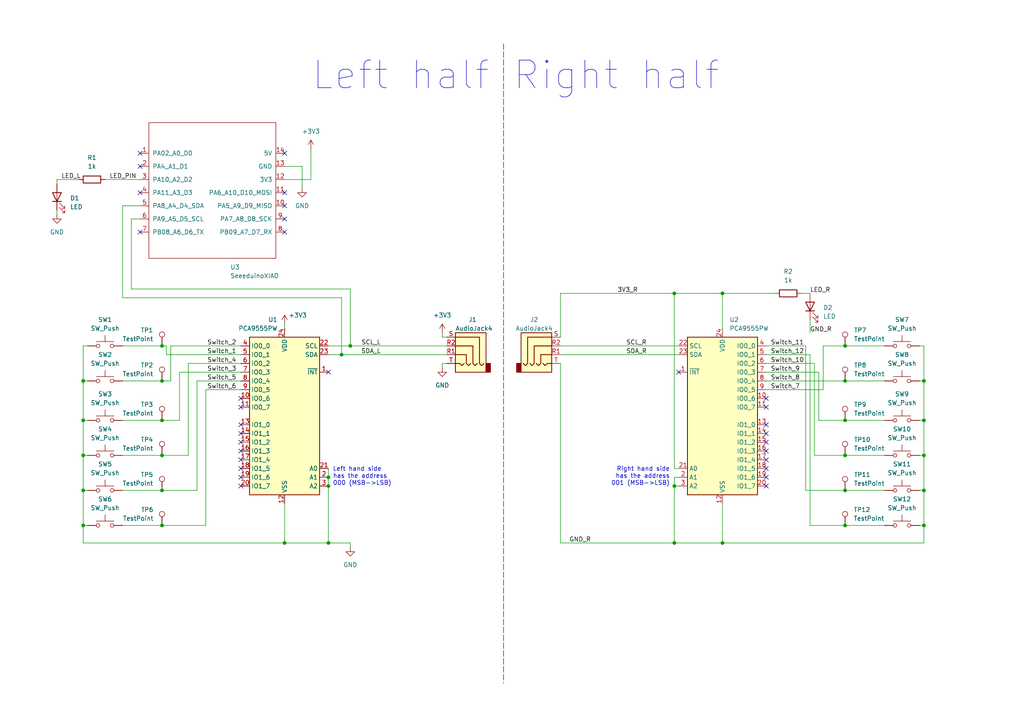
<source format=kicad_sch>
(kicad_sch (version 20211123) (generator eeschema)
  (paper "A4")
  (lib_symbols
    (symbol "AudioJack4_1"
      (property "Reference" "J2" (at -2.54 7.62 0))
      (property "Value" "AudioJack4" (at -2.54 5.08 0))
      (symbol "AudioJack4_1_0_1"
        (rectangle (start -6.35 -5.08) (end -7.62 -7.62) (stroke (width 0.254)) (fill (type outline)))
        (polyline (pts (xy 0 -5.08) (xy 0.635 -5.715) (xy 1.27 -5.08) (xy 2.54 -5.08)) (stroke (width 0.254)))
        (polyline (pts (xy -5.715 -5.08) (xy -5.08 -5.715) (xy -4.445 -5.08) (xy -4.445 2.54) (xy 2.54 2.54)) (stroke (width 0.254)))
        (polyline (pts (xy -1.905 -5.08) (xy -1.27 -5.715) (xy -0.635 -5.08) (xy -0.635 -2.54) (xy 2.54 -2.54)) (stroke (width 0.254)))
        (polyline (pts (xy 2.54 0) (xy -2.54 0) (xy -2.54 -5.08) (xy -3.175 -5.715) (xy -3.81 -5.08)) (stroke (width 0.254)))
        (rectangle (start 2.54 3.81) (end -6.35 -7.62) (stroke (width 0.254)) (fill (type background)))
      )
      (symbol "AudioJack4_1_1_1"
        (pin passive line (at 5.08 -2.54 180) (length 2.54) (name "~") (number "R1"))
        (pin passive line (at 5.08 0 180) (length 2.54) (name "~") (number "R2"))
        (pin power_out line (at 5.08 2.54 180) (length 2.54) (name "~") (number "S"))
        (pin power_out line (at 5.08 -5.08 180) (length 2.54) (name "~") (number "T"))
      )
    )
    (symbol "Connector:AudioJack4"
      (property "Reference" "J" (at 0 8.89 0))
      (property "Value" "AudioJack4" (at 0 6.35 0))
      (symbol "AudioJack4_0_1"
        (rectangle (start -6.35 -5.08) (end -7.62 -7.62) (stroke (width 0.254)) (fill (type outline)))
        (polyline (pts (xy 0 -5.08) (xy 0.635 -5.715) (xy 1.27 -5.08) (xy 2.54 -5.08)) (stroke (width 0.254)))
        (polyline (pts (xy -5.715 -5.08) (xy -5.08 -5.715) (xy -4.445 -5.08) (xy -4.445 2.54) (xy 2.54 2.54)) (stroke (width 0.254)))
        (polyline (pts (xy -1.905 -5.08) (xy -1.27 -5.715) (xy -0.635 -5.08) (xy -0.635 -2.54) (xy 2.54 -2.54)) (stroke (width 0.254)))
        (polyline (pts (xy 2.54 0) (xy -2.54 0) (xy -2.54 -5.08) (xy -3.175 -5.715) (xy -3.81 -5.08)) (stroke (width 0.254)))
        (rectangle (start 2.54 3.81) (end -6.35 -7.62) (stroke (width 0.254)) (fill (type background)))
      )
      (symbol "AudioJack4_1_1"
        (pin passive line (at 5.08 -2.54 180) (length 2.54) (name "~") (number "R1"))
        (pin passive line (at 5.08 0 180) (length 2.54) (name "~") (number "R2"))
        (pin passive line (at 5.08 2.54 180) (length 2.54) (name "~") (number "S"))
        (pin passive line (at 5.08 -5.08 180) (length 2.54) (name "~") (number "T"))
      )
    )
    (symbol "Connector:TestPoint" (pin_numbers hide) (pin_names (offset 0.762) hide)
      (property "Reference" "TP" (at 0 6.858 0))
      (property "Value" "TestPoint" (at 0 5.08 0))
      (symbol "TestPoint_0_1"
        (circle (center 0 3.302) (radius 0.762))
      )
      (symbol "TestPoint_1_1"
        (pin passive line (at 0 0 90) (length 2.54) (name "1") (number "1"))
      )
    )
    (symbol "Device:LED" (pin_numbers hide) (pin_names (offset 1.016) hide)
      (property "Reference" "D" (at 0 2.54 0))
      (property "Value" "LED" (at 0 -2.54 0))
      (symbol "LED_0_1"
        (polyline (pts (xy -1.27 -1.27) (xy -1.27 1.27)) (stroke (width 0.254)))
        (polyline (pts (xy -1.27 0) (xy 1.27 0)))
        (polyline (pts (xy 1.27 -1.27) (xy 1.27 1.27) (xy -1.27 0) (xy 1.27 -1.27)) (stroke (width 0.254)))
        (polyline (pts (xy -3.048 -0.762) (xy -4.572 -2.286) (xy -3.81 -2.286) (xy -4.572 -2.286) (xy -4.572 -1.524)))
        (polyline (pts (xy -1.778 -0.762) (xy -3.302 -2.286) (xy -2.54 -2.286) (xy -3.302 -2.286) (xy -3.302 -1.524)))
      )
      (symbol "LED_1_1"
        (pin passive line (at -3.81 0 0) (length 2.54) (name "K") (number "1"))
        (pin passive line (at 3.81 0 180) (length 2.54) (name "A") (number "2"))
      )
    )
    (symbol "Device:R" (pin_numbers hide) (pin_names (offset 0))
      (property "Reference" "R" (at 2.032 0 90))
      (property "Value" "R" (at 0 0 90))
      (symbol "R_0_1"
        (rectangle (start -1.016 -2.54) (end 1.016 2.54) (stroke (width 0.254)))
      )
      (symbol "R_1_1"
        (pin passive line (at 0 3.81 270) (length 1.27) (name "~") (number "1"))
        (pin passive line (at 0 -3.81 90) (length 1.27) (name "~") (number "2"))
      )
    )
    (symbol "Interface_Expansion:PCA9555D"
      (property "Reference" "U" (at -8.89 24.13 0))
      (property "Value" "PCA9555D" (at 6.35 24.13 0))
      (symbol "PCA9555D_0_1"
        (rectangle (start -10.16 22.86) (end 10.16 -22.86) (stroke (width 0.254)) (fill (type background)))
      )
      (symbol "PCA9555D_1_1"
        (pin open_collector line (at -12.7 12.7 0) (length 2.54) (name "~{INT}") (number "1"))
        (pin bidirectional line (at 12.7 5.08 180) (length 2.54) (name "IO0_6") (number "10"))
        (pin bidirectional line (at 12.7 2.54 180) (length 2.54) (name "IO0_7") (number "11"))
        (pin power_in line (at 0 -25.4 90) (length 2.54) (name "VSS") (number "12"))
        (pin bidirectional line (at 12.7 -2.54 180) (length 2.54) (name "IO1_0") (number "13"))
        (pin bidirectional line (at 12.7 -5.08 180) (length 2.54) (name "IO1_1") (number "14"))
        (pin bidirectional line (at 12.7 -7.62 180) (length 2.54) (name "IO1_2") (number "15"))
        (pin bidirectional line (at 12.7 -10.16 180) (length 2.54) (name "IO1_3") (number "16"))
        (pin bidirectional line (at 12.7 -12.7 180) (length 2.54) (name "IO1_4") (number "17"))
        (pin bidirectional line (at 12.7 -15.24 180) (length 2.54) (name "IO1_5") (number "18"))
        (pin bidirectional line (at 12.7 -17.78 180) (length 2.54) (name "IO1_6") (number "19"))
        (pin input line (at -12.7 -17.78 0) (length 2.54) (name "A1") (number "2"))
        (pin bidirectional line (at 12.7 -20.32 180) (length 2.54) (name "IO1_7") (number "20"))
        (pin input line (at -12.7 -15.24 0) (length 2.54) (name "A0") (number "21"))
        (pin input line (at -12.7 20.32 0) (length 2.54) (name "SCL") (number "22"))
        (pin bidirectional line (at -12.7 17.78 0) (length 2.54) (name "SDA") (number "23"))
        (pin power_in line (at 0 25.4 270) (length 2.54) (name "VDD") (number "24"))
        (pin input line (at -12.7 -20.32 0) (length 2.54) (name "A2") (number "3"))
        (pin bidirectional line (at 12.7 20.32 180) (length 2.54) (name "IO0_0") (number "4"))
        (pin bidirectional line (at 12.7 17.78 180) (length 2.54) (name "IO0_1") (number "5"))
        (pin bidirectional line (at 12.7 15.24 180) (length 2.54) (name "IO0_2") (number "6"))
        (pin bidirectional line (at 12.7 12.7 180) (length 2.54) (name "IO0_3") (number "7"))
        (pin bidirectional line (at 12.7 10.16 180) (length 2.54) (name "IO0_4") (number "8"))
        (pin bidirectional line (at 12.7 7.62 180) (length 2.54) (name "IO0_5") (number "9"))
      )
    )
    (symbol "Seeeduino:SeeeduinoXIAO" (pin_names (offset 1.016))
      (property "Reference" "U2" (at 4.5594 -21.59 0))
      (property "Value" "SeeeduinoXIAO" (at 4.5594 -24.13 0))
      (symbol "SeeeduinoXIAO_0_1"
        (rectangle (start -19.05 20.32) (end 17.78 -19.05))
      )
      (symbol "SeeeduinoXIAO_1_1"
        (pin unspecified line (at -21.59 11.43 0) (length 2.54) (name "PA02_A0_D0") (number "1"))
        (pin unspecified line (at 20.32 -3.81 180) (length 2.54) (name "PA5_A9_D9_MISO") (number "10"))
        (pin unspecified line (at 20.32 0 180) (length 2.54) (name "PA6_A10_D10_MOSI") (number "11"))
        (pin power_out line (at 20.32 3.81 180) (length 2.54) (name "3V3") (number "12"))
        (pin power_out line (at 20.32 7.62 180) (length 2.54) (name "GND") (number "13"))
        (pin unspecified line (at 20.32 11.43 180) (length 2.54) (name "5V") (number "14"))
        (pin unspecified line (at -21.59 7.62 0) (length 2.54) (name "PA4_A1_D1") (number "2"))
        (pin bidirectional line (at -21.59 3.81 0) (length 2.54) (name "PA10_A2_D2") (number "3"))
        (pin bidirectional line (at -21.59 0 0) (length 2.54) (name "PA11_A3_D3") (number "4"))
        (pin bidirectional line (at -21.59 -3.81 0) (length 2.54) (name "PA8_A4_D4_SDA") (number "5"))
        (pin output line (at -21.59 -7.62 0) (length 2.54) (name "PA9_A5_D5_SCL") (number "6"))
        (pin unspecified line (at -21.59 -11.43 0) (length 2.54) (name "PB08_A6_D6_TX") (number "7"))
        (pin unspecified line (at 20.32 -11.43 180) (length 2.54) (name "PB09_A7_D7_RX") (number "8"))
        (pin unspecified line (at 20.32 -7.62 180) (length 2.54) (name "PA7_A8_D8_SCK") (number "9"))
      )
    )
    (symbol "Switch:SW_Push" (pin_numbers hide) (pin_names (offset 1.016) hide)
      (property "Reference" "SW" (at 1.27 2.54 0))
      (property "Value" "SW_Push" (at 0 -1.524 0))
      (symbol "SW_Push_0_1"
        (circle (center -2.032 0) (radius 0.508))
        (polyline (pts (xy 0 1.27) (xy 0 3.048)))
        (polyline (pts (xy 2.54 1.27) (xy -2.54 1.27)))
        (circle (center 2.032 0) (radius 0.508))
        (pin passive line (at -5.08 0 0) (length 2.54) (name "1") (number "1"))
        (pin passive line (at 5.08 0 180) (length 2.54) (name "2") (number "2"))
      )
    )
    (symbol "power:+3V3" (power) (pin_names (offset 0))
      (property "Value" "+3V3" (at 0 3.556 0))
      (symbol "+3V3_0_1"
        (polyline (pts (xy -0.762 1.27) (xy 0 2.54)))
        (polyline (pts (xy 0 0) (xy 0 2.54)))
        (polyline (pts (xy 0 2.54) (xy 0.762 1.27)))
      )
      (symbol "+3V3_1_1"
        (pin power_in line (at 0 0 90) (length 0) hide (name "+3V3") (number "1"))
      )
    )
    (symbol "power:GND" (power) (pin_names (offset 0))
      (property "Value" "GND" (at 0 -3.81 0))
      (symbol "GND_0_1"
        (polyline (pts (xy 0 0) (xy 0 -1.27) (xy 1.27 -1.27) (xy 0 -2.54) (xy -1.27 -1.27) (xy 0 -1.27)))
      )
      (symbol "GND_1_1"
        (pin power_in line (at 0 0 270) (length 0) hide (name "GND") (number "1"))
      )
    )
  )
  (junction (at 99.06 102.87))
  (junction (at 267.97 121.92))
  (junction (at 195.58 157.48))
  (junction (at 209.55 85.09))
  (junction (at 245.11 110.49))
  (junction (at 209.55 157.48))
  (junction (at 82.55 157.48))
  (junction (at 267.97 132.08))
  (junction (at 24.13 121.92))
  (junction (at 46.99 100.33))
  (junction (at 24.13 152.4))
  (junction (at 24.13 110.49))
  (junction (at 195.58 85.09))
  (junction (at 267.97 152.4))
  (junction (at 245.11 132.08))
  (junction (at 267.97 142.24))
  (junction (at 46.99 152.4))
  (junction (at 46.99 121.92))
  (junction (at 101.6 100.33))
  (junction (at 245.11 100.33))
  (junction (at 95.25 157.48))
  (junction (at 46.99 142.24))
  (junction (at 245.11 152.4))
  (junction (at 95.25 140.97))
  (junction (at 95.25 138.43))
  (junction (at 195.58 140.97))
  (junction (at 46.99 132.08))
  (junction (at 24.13 132.08))
  (junction (at 267.97 110.49))
  (junction (at 24.13 142.24))
  (junction (at 46.99 110.49))
  (junction (at 245.11 121.92))
  (junction (at 245.11 142.24))
  (no_connect (at 69.85 140.97))
  (no_connect (at 69.85 138.43))
  (no_connect (at 69.85 115.57))
  (no_connect (at 69.85 118.11))
  (no_connect (at 69.85 123.19))
  (no_connect (at 69.85 125.73))
  (no_connect (at 69.85 128.27))
  (no_connect (at 69.85 130.81))
  (no_connect (at 69.85 133.35))
  (no_connect (at 69.85 135.89))
  (no_connect (at 82.55 63.5))
  (no_connect (at 82.55 55.88))
  (no_connect (at 82.55 59.69))
  (no_connect (at 40.64 44.45))
  (no_connect (at 40.64 48.26))
  (no_connect (at 222.25 123.19))
  (no_connect (at 222.25 138.43))
  (no_connect (at 95.25 107.95))
  (no_connect (at 222.25 135.89))
  (no_connect (at 222.25 130.81))
  (no_connect (at 40.64 55.88))
  (no_connect (at 222.25 115.57))
  (no_connect (at 222.25 133.35))
  (no_connect (at 222.25 128.27))
  (no_connect (at 222.25 140.97))
  (no_connect (at 222.25 125.73))
  (no_connect (at 222.25 118.11))
  (no_connect (at 196.85 107.95))
  (no_connect (at 40.64 67.31))
  (no_connect (at 82.55 67.31))
  (no_connect (at 82.55 44.45))
  (wire (pts (xy 40.64 59.69) (xy 35.56 59.69)))
  (wire (pts (xy 101.6 158.75) (xy 101.6 157.48)))
  (wire (pts (xy 46.99 100.33) (xy 35.56 100.33)))
  (wire (pts (xy 267.97 100.33) (xy 267.97 110.49)))
  (wire (pts (xy 46.99 132.08) (xy 35.56 132.08)))
  (wire (pts (xy 267.97 152.4) (xy 267.97 157.48)))
  (wire (pts (xy 82.55 146.05) (xy 82.55 157.48)))
  (wire (pts (xy 48.26 100.33) (xy 46.99 100.33)))
  (wire (pts (xy 95.25 157.48) (xy 82.55 157.48)))
  (wire (pts (xy 232.41 85.09) (xy 234.95 85.09)))
  (wire (pts (xy 195.58 85.09) (xy 209.55 85.09)))
  (wire (pts (xy 57.15 110.49) (xy 57.15 142.24)))
  (wire (pts (xy 267.97 121.92) (xy 267.97 132.08)))
  (wire (pts (xy 54.61 105.41) (xy 69.85 105.41)))
  (wire (pts (xy 82.55 48.26) (xy 87.63 48.26)))
  (wire (pts (xy 99.06 102.87) (xy 129.54 102.87)))
  (wire (pts (xy 25.4 100.33) (xy 24.13 100.33)))
  (wire (pts (xy 162.56 100.33) (xy 196.85 100.33)))
  (wire (pts (xy 16.51 60.96) (xy 16.51 62.23)))
  (wire (pts (xy 101.6 157.48) (xy 95.25 157.48)))
  (wire (pts (xy 46.99 152.4) (xy 35.56 152.4)))
  (wire (pts (xy 245.11 110.49) (xy 256.54 110.49)))
  (wire (pts (xy 69.85 102.87) (xy 48.26 102.87)))
  (wire (pts (xy 234.95 102.87) (xy 234.95 152.4)))
  (wire (pts (xy 195.58 157.48) (xy 209.55 157.48)))
  (wire (pts (xy 25.4 152.4) (xy 24.13 152.4)))
  (wire (pts (xy 24.13 110.49) (xy 24.13 121.92)))
  (wire (pts (xy 99.06 86.36) (xy 99.06 102.87)))
  (wire (pts (xy 222.25 100.33) (xy 233.68 100.33)))
  (wire (pts (xy 59.69 152.4) (xy 46.99 152.4)))
  (wire (pts (xy 16.51 52.07) (xy 22.86 52.07)))
  (wire (pts (xy 222.25 110.49) (xy 245.11 110.49)))
  (wire (pts (xy 266.7 121.92) (xy 267.97 121.92)))
  (wire (pts (xy 35.56 59.69) (xy 35.56 86.36)))
  (wire (pts (xy 267.97 132.08) (xy 267.97 142.24)))
  (wire (pts (xy 245.11 132.08) (xy 256.54 132.08)))
  (wire (pts (xy 69.85 110.49) (xy 57.15 110.49)))
  (wire (pts (xy 195.58 140.97) (xy 195.58 157.48)))
  (wire (pts (xy 222.25 105.41) (xy 236.22 105.41)))
  (wire (pts (xy 238.76 100.33) (xy 245.11 100.33)))
  (wire (pts (xy 195.58 85.09) (xy 195.58 135.89)))
  (polyline (pts (xy 146.05 12.7) (xy 146.05 198.12)))
  (wire (pts (xy 52.07 121.92) (xy 46.99 121.92)))
  (wire (pts (xy 267.97 110.49) (xy 267.97 121.92)))
  (wire (pts (xy 162.56 85.09) (xy 195.58 85.09)))
  (wire (pts (xy 162.56 102.87) (xy 196.85 102.87)))
  (wire (pts (xy 90.17 52.07) (xy 82.55 52.07)))
  (wire (pts (xy 25.4 121.92) (xy 24.13 121.92)))
  (wire (pts (xy 236.22 105.41) (xy 236.22 132.08)))
  (wire (pts (xy 25.4 110.49) (xy 24.13 110.49)))
  (wire (pts (xy 82.55 93.98) (xy 82.55 95.25)))
  (wire (pts (xy 195.58 138.43) (xy 196.85 138.43)))
  (wire (pts (xy 69.85 100.33) (xy 49.53 100.33)))
  (wire (pts (xy 266.7 132.08) (xy 267.97 132.08)))
  (wire (pts (xy 245.11 100.33) (xy 256.54 100.33)))
  (wire (pts (xy 237.49 121.92) (xy 245.11 121.92)))
  (wire (pts (xy 95.25 138.43) (xy 95.25 140.97)))
  (wire (pts (xy 196.85 135.89) (xy 195.58 135.89)))
  (wire (pts (xy 52.07 107.95) (xy 52.07 121.92)))
  (wire (pts (xy 95.25 135.89) (xy 95.25 138.43)))
  (wire (pts (xy 245.11 121.92) (xy 256.54 121.92)))
  (wire (pts (xy 236.22 132.08) (xy 245.11 132.08)))
  (wire (pts (xy 38.1 63.5) (xy 40.64 63.5)))
  (wire (pts (xy 209.55 85.09) (xy 224.79 85.09)))
  (wire (pts (xy 129.54 105.41) (xy 128.27 105.41)))
  (wire (pts (xy 209.55 85.09) (xy 209.55 95.25)))
  (wire (pts (xy 59.69 152.4) (xy 59.69 113.03)))
  (wire (pts (xy 267.97 142.24) (xy 267.97 152.4)))
  (wire (pts (xy 234.95 152.4) (xy 245.11 152.4)))
  (wire (pts (xy 95.25 102.87) (xy 99.06 102.87)))
  (wire (pts (xy 59.69 113.03) (xy 69.85 113.03)))
  (wire (pts (xy 128.27 105.41) (xy 128.27 106.68)))
  (wire (pts (xy 195.58 138.43) (xy 195.58 140.97)))
  (wire (pts (xy 24.13 132.08) (xy 24.13 142.24)))
  (wire (pts (xy 95.25 100.33) (xy 101.6 100.33)))
  (wire (pts (xy 87.63 48.26) (xy 87.63 54.61)))
  (wire (pts (xy 233.68 142.24) (xy 245.11 142.24)))
  (wire (pts (xy 222.25 113.03) (xy 238.76 113.03)))
  (wire (pts (xy 49.53 110.49) (xy 46.99 110.49)))
  (wire (pts (xy 266.7 100.33) (xy 267.97 100.33)))
  (wire (pts (xy 24.13 142.24) (xy 24.13 152.4)))
  (wire (pts (xy 237.49 107.95) (xy 237.49 121.92)))
  (wire (pts (xy 35.56 86.36) (xy 99.06 86.36)))
  (wire (pts (xy 266.7 142.24) (xy 267.97 142.24)))
  (wire (pts (xy 266.7 152.4) (xy 267.97 152.4)))
  (wire (pts (xy 222.25 102.87) (xy 234.95 102.87)))
  (wire (pts (xy 38.1 83.82) (xy 38.1 63.5)))
  (wire (pts (xy 101.6 83.82) (xy 38.1 83.82)))
  (wire (pts (xy 46.99 110.49) (xy 35.56 110.49)))
  (wire (pts (xy 209.55 146.05) (xy 209.55 157.48)))
  (wire (pts (xy 95.25 140.97) (xy 95.25 157.48)))
  (wire (pts (xy 48.26 100.33) (xy 48.26 102.87)))
  (wire (pts (xy 46.99 121.92) (xy 35.56 121.92)))
  (wire (pts (xy 46.99 142.24) (xy 35.56 142.24)))
  (wire (pts (xy 245.11 152.4) (xy 256.54 152.4)))
  (wire (pts (xy 162.56 85.09) (xy 162.56 97.79)))
  (wire (pts (xy 25.4 132.08) (xy 24.13 132.08)))
  (wire (pts (xy 49.53 110.49) (xy 49.53 100.33)))
  (wire (pts (xy 128.27 97.79) (xy 128.27 96.52)))
  (wire (pts (xy 209.55 157.48) (xy 267.97 157.48)))
  (wire (pts (xy 245.11 142.24) (xy 256.54 142.24)))
  (wire (pts (xy 30.48 52.07) (xy 40.64 52.07)))
  (wire (pts (xy 24.13 121.92) (xy 24.13 132.08)))
  (wire (pts (xy 24.13 100.33) (xy 24.13 110.49)))
  (wire (pts (xy 162.56 105.41) (xy 162.56 157.48)))
  (wire (pts (xy 54.61 132.08) (xy 46.99 132.08)))
  (wire (pts (xy 57.15 142.24) (xy 46.99 142.24)))
  (wire (pts (xy 101.6 100.33) (xy 101.6 83.82)))
  (wire (pts (xy 195.58 140.97) (xy 196.85 140.97)))
  (wire (pts (xy 234.95 92.71) (xy 234.95 96.52)))
  (wire (pts (xy 90.17 43.18) (xy 90.17 52.07)))
  (wire (pts (xy 16.51 53.34) (xy 16.51 52.07)))
  (wire (pts (xy 222.25 107.95) (xy 237.49 107.95)))
  (wire (pts (xy 162.56 157.48) (xy 195.58 157.48)))
  (wire (pts (xy 24.13 152.4) (xy 24.13 157.48)))
  (wire (pts (xy 238.76 113.03) (xy 238.76 100.33)))
  (wire (pts (xy 101.6 100.33) (xy 129.54 100.33)))
  (wire (pts (xy 82.55 157.48) (xy 24.13 157.48)))
  (wire (pts (xy 233.68 100.33) (xy 233.68 142.24)))
  (wire (pts (xy 266.7 110.49) (xy 267.97 110.49)))
  (wire (pts (xy 54.61 132.08) (xy 54.61 105.41)))
  (wire (pts (xy 69.85 107.95) (xy 52.07 107.95)))
  (wire (pts (xy 25.4 142.24) (xy 24.13 142.24)))
  (wire (pts (xy 129.54 97.79) (xy 128.27 97.79)))
  (text "Right half" (at 148.59 26.67 0) (effects (font (size 8 8)) (justify left bottom)))
  (text "Left hand side\nhas the address\n000 (MSB->LSB)" (at 96.52 140.97 0) (effects (font (size 1.27 1.27)) (justify left bottom)))
  (text "Right hand side\nhas the address\n001 (MSB->LSB)" (at 194.31 140.97 180) (effects (font (size 1.27 1.27)) (justify right bottom)))
  (text "Left half" (at 142.24 26.67 180) (effects (font (size 8 8)) (justify right bottom)))
  (label "SDA_L" (at 110.49 102.87 180))
  (label "Switch_11" (at 223.52 100.33 0))
  (label "Switch_4" (at 68.58 105.41 180))
  (label "Switch_1" (at 68.58 102.87 180))
  (label "SCL_L" (at 110.49 100.33 180))
  (label "Switch_12" (at 223.52 102.87 0))
  (label "GND_R" (at 234.95 96.52 0))
  (label "LED_R" (at 234.95 85.09 0))
  (label "3V3_R" (at 179.07 85.09 0))
  (label "Switch_9" (at 223.52 107.95 0))
  (label "Switch_5" (at 68.58 110.49 180))
  (label "GND_R" (at 165.1 157.48 0))
  (label "Switch_2" (at 68.58 100.33 180))
  (label "SCL_R" (at 181.61 100.33 0))
  (label "Switch_3" (at 68.58 107.95 180))
  (label "SDA_R" (at 181.61 102.87 0))
  (label "LED_PIN" (at 31.75 52.07 0))
  (label "Switch_10" (at 223.52 105.41 0))
  (label "Switch_7" (at 223.52 113.03 0))
  (label "LED_L" (at 17.78 52.07 0))
  (label "Switch_6" (at 68.58 113.03 180))
  (label "Switch_8" (at 223.52 110.49 0))
  (symbol (lib_id "power:+3V3") (at 90.17 43.18 0) (unit 1)
    (property "Reference" "#PWR0102" (effects hide))
    (property "Value" "+3V3" (at 90.17 38.1 0))
  )
  (symbol (lib_id "Connector:AudioJack4") (at 134.62 100.33 0) (mirror y) (unit 1)
    (property "Reference" "J1" (at 135.89 92.71 0) (effects (justify right)))
    (property "Value" "AudioJack4" (at 132.08 95.25 0) (effects (justify right)))
    (property "Footprint" "Connector_Audio:Jack_3.5mm_PJ320D_Horizontal" (effects hide))
  )
  (symbol (lib_id "power:GND") (at 87.63 54.61 0) (unit 1)
    (property "Reference" "#PWR0101" (effects hide))
    (property "Value" "GND" (at 87.63 59.69 0))
  )
  (symbol (lib_id "Interface_Expansion:PCA9555D") (at 209.55 120.65 0) (unit 1)
    (property "Reference" "U2" (at 211.5694 92.71 0) (effects (justify left)))
    (property "Value" "PCA9555PW" (at 211.5694 95.25 0) (effects (justify left)))
    (property "Footprint" "Package_SO:TSSOP-24_4.4x7.8mm_P0.65mm" (effects hide))
    (property "Datasheet" "https://www.nxp.com/docs/en/data-sheet/PCA9555.pdf" (effects hide))
  )
  (symbol (lib_id "Device:LED") (at 16.51 57.15 90) (unit 1)
    (property "Reference" "D1" (at 20.32 57.4674 90) (effects (justify right)))
    (property "Value" "LED" (at 20.32 60.0074 90) (effects (justify right)))
    (property "Footprint" "LED_SMD:LED_1206_3216Metric_Pad1.42x1.75mm_HandSolder" (effects hide))
  )
  (symbol (lib_id "Device:R") (at 26.67 52.07 90) (unit 1)
    (property "Reference" "R1" (at 26.67 45.72 90))
    (property "Value" "1k" (at 26.67 48.26 90))
    (property "Footprint" "Resistor_SMD:R_1206_3216Metric_Pad1.30x1.75mm_HandSolder" (effects hide))
  )
  (symbol (lib_id "power:GND") (at 16.51 62.23 0) (unit 1)
    (property "Reference" "#PWR0110" (effects hide))
    (property "Value" "GND" (at 16.51 67.31 0))
  )
  (symbol (lib_id "Switch:SW_Push") (at 261.62 121.92 0) (mirror y) (unit 1)
    (property "Reference" "SW9" (at 261.62 114.3 0))
    (property "Value" "SW_Push" (at 261.62 116.84 0))
    (property "Footprint" "Switch_Keyboard_Kailh:SW_Kailh_Choc_Mini_1.00u" (effects hide))
  )
  (symbol (lib_id "Switch:SW_Push") (at 30.48 121.92 0) (mirror y) (unit 1)
    (property "Reference" "SW3" (at 30.48 114.3 0))
    (property "Value" "SW_Push" (at 30.48 116.84 0))
    (property "Footprint" "Switch_Keyboard_Kailh:SW_Kailh_Choc_V1_1.00u" (effects hide))
  )
  (symbol (lib_name "AudioJack4_1") (lib_id "Connector:AudioJack4") (at 157.48 100.33 0) (unit 1)
    (property "Reference" "J2" (at 154.94 92.71 0))
    (property "Value" "AudioJack4" (at 154.94 95.25 0))
    (property "Footprint" "Connector_Audio:Jack_3.5mm_PJ320D_Horizontal" (effects hide))
  )
  (symbol (lib_id "Switch:SW_Push") (at 261.62 152.4 0) (mirror y) (unit 1)
    (property "Reference" "SW12" (at 261.62 144.78 0))
    (property "Value" "SW_Push" (at 261.62 147.32 0))
    (property "Footprint" "Switch_Keyboard_Kailh:SW_Kailh_Choc_Mini_1.00u" (effects hide))
  )
  (symbol (lib_id "Switch:SW_Push") (at 30.48 142.24 0) (mirror y) (unit 1)
    (property "Reference" "SW5" (at 30.48 134.62 0))
    (property "Value" "SW_Push" (at 30.48 137.16 0))
    (property "Footprint" "Switch_Keyboard_Kailh:SW_Kailh_Choc_V1_1.00u" (effects hide))
  )
  (symbol (lib_id "power:+3V3") (at 128.27 96.52 0) (unit 1)
    (property "Reference" "#PWR0104" (effects hide))
    (property "Value" "+3V3" (at 128.27 91.44 0))
  )
  (symbol (lib_id "Connector:TestPoint") (at 46.99 110.49 0) (mirror y) (unit 1)
    (property "Reference" "TP2" (at 44.45 105.9179 0) (effects (justify left)))
    (property "Value" "TestPoint" (at 44.45 108.4579 0) (effects (justify left)))
    (property "Footprint" "TestPoint:TestPoint_Pad_D1.0mm" (effects hide))
  )
  (symbol (lib_id "Switch:SW_Push") (at 30.48 110.49 0) (mirror y) (unit 1)
    (property "Reference" "SW2" (at 30.48 102.87 0))
    (property "Value" "SW_Push" (at 30.48 105.41 0))
    (property "Footprint" "Switch_Keyboard_Kailh:SW_Kailh_Choc_V1_1.00u" (effects hide))
  )
  (symbol (lib_id "Connector:TestPoint") (at 245.11 100.33 0) (unit 1)
    (property "Reference" "TP7" (at 247.65 95.7579 0) (effects (justify left)))
    (property "Value" "TestPoint" (at 247.65 98.2979 0) (effects (justify left)))
    (property "Footprint" "TestPoint:TestPoint_Pad_D1.0mm" (effects hide))
  )
  (symbol (lib_id "Switch:SW_Push") (at 30.48 152.4 0) (mirror y) (unit 1)
    (property "Reference" "SW6" (at 30.48 144.78 0))
    (property "Value" "SW_Push" (at 30.48 147.32 0))
    (property "Footprint" "Switch_Keyboard_Kailh:SW_Kailh_Choc_V1_1.00u" (effects hide))
  )
  (symbol (lib_id "Connector:TestPoint") (at 46.99 121.92 0) (mirror y) (unit 1)
    (property "Reference" "TP3" (at 44.45 117.3479 0) (effects (justify left)))
    (property "Value" "TestPoint" (at 44.45 119.8879 0) (effects (justify left)))
    (property "Footprint" "TestPoint:TestPoint_Pad_D1.0mm" (effects hide))
  )
  (symbol (lib_id "Connector:TestPoint") (at 245.11 152.4 0) (unit 1)
    (property "Reference" "TP12" (at 247.5562 147.8279 0) (effects (justify left)))
    (property "Value" "TestPoint" (at 247.5562 150.3679 0) (effects (justify left)))
    (property "Footprint" "TestPoint:TestPoint_Pad_D1.0mm" (effects hide))
  )
  (symbol (lib_id "Switch:SW_Push") (at 261.62 132.08 0) (mirror y) (unit 1)
    (property "Reference" "SW10" (at 261.62 124.46 0))
    (property "Value" "SW_Push" (at 261.62 127 0))
    (property "Footprint" "Switch_Keyboard_Kailh:SW_Kailh_Choc_Mini_1.00u" (effects hide))
  )
  (symbol (lib_id "power:GND") (at 128.27 106.68 0) (unit 1)
    (property "Reference" "#PWR01" (effects hide))
    (property "Value" "GND" (at 128.27 111.76 0))
  )
  (symbol (lib_id "Connector:TestPoint") (at 46.99 132.08 0) (mirror y) (unit 1)
    (property "Reference" "TP4" (at 44.45 127.5079 0) (effects (justify left)))
    (property "Value" "TestPoint" (at 44.45 130.0479 0) (effects (justify left)))
    (property "Footprint" "TestPoint:TestPoint_Pad_D1.0mm" (effects hide))
  )
  (symbol (lib_id "Device:LED") (at 234.95 88.9 90) (unit 1)
    (property "Reference" "D2" (at 238.76 89.2174 90) (effects (justify right)))
    (property "Value" "LED" (at 238.76 91.7574 90) (effects (justify right)))
    (property "Footprint" "LED_SMD:LED_1206_3216Metric_Pad1.42x1.75mm_HandSolder" (effects hide))
  )
  (symbol (lib_id "Device:R") (at 228.6 85.09 90) (unit 1)
    (property "Reference" "R2" (at 228.6 78.74 90))
    (property "Value" "1k" (at 228.6 81.28 90))
    (property "Footprint" "Resistor_SMD:R_1206_3216Metric_Pad1.30x1.75mm_HandSolder" (effects hide))
  )
  (symbol (lib_id "Switch:SW_Push") (at 261.62 142.24 0) (mirror y) (unit 1)
    (property "Reference" "SW11" (at 261.62 134.62 0))
    (property "Value" "SW_Push" (at 261.62 137.16 0))
    (property "Footprint" "Switch_Keyboard_Kailh:SW_Kailh_Choc_Mini_1.00u" (effects hide))
  )
  (symbol (lib_id "Connector:TestPoint") (at 245.11 121.92 0) (unit 1)
    (property "Reference" "TP9" (at 247.65 117.3479 0) (effects (justify left)))
    (property "Value" "TestPoint" (at 247.65 119.8879 0) (effects (justify left)))
    (property "Footprint" "TestPoint:TestPoint_Pad_D1.0mm" (effects hide))
  )
  (symbol (lib_id "Switch:SW_Push") (at 261.62 100.33 0) (mirror y) (unit 1)
    (property "Reference" "SW7" (at 261.62 92.71 0))
    (property "Value" "SW_Push" (at 261.62 95.25 0))
    (property "Footprint" "Switch_Keyboard_Kailh:SW_Kailh_Choc_Mini_1.00u" (effects hide))
  )
  (symbol (lib_id "Switch:SW_Push") (at 30.48 100.33 0) (mirror y) (unit 1)
    (property "Reference" "SW1" (at 30.48 92.71 0))
    (property "Value" "SW_Push" (at 30.48 95.25 0))
    (property "Footprint" "Switch_Keyboard_Kailh:SW_Kailh_Choc_V1_1.00u" (effects hide))
  )
  (symbol (lib_id "Interface_Expansion:PCA9555D") (at 82.55 120.65 0) (mirror y) (unit 1)
    (property "Reference" "U1" (at 80.5306 92.71 0) (effects (justify left)))
    (property "Value" "PCA9555PW" (at 80.5306 95.25 0) (effects (justify left)))
    (property "Footprint" "Package_SO:TSSOP-24_4.4x7.8mm_P0.65mm" (effects hide))
    (property "Datasheet" "https://www.nxp.com/docs/en/data-sheet/PCA9555.pdf" (effects hide))
  )
  (symbol (lib_id "Connector:TestPoint") (at 245.11 142.24 0) (unit 1)
    (property "Reference" "TP11" (at 247.65 137.6679 0) (effects (justify left)))
    (property "Value" "TestPoint" (at 247.65 140.2079 0) (effects (justify left)))
    (property "Footprint" "TestPoint:TestPoint_Pad_D1.0mm" (effects hide))
  )
  (symbol (lib_id "Connector:TestPoint") (at 245.11 110.49 0) (unit 1)
    (property "Reference" "TP8" (at 247.65 105.9179 0) (effects (justify left)))
    (property "Value" "TestPoint" (at 247.65 108.4579 0) (effects (justify left)))
    (property "Footprint" "TestPoint:TestPoint_Pad_D1.0mm" (effects hide))
  )
  (symbol (lib_id "Connector:TestPoint") (at 46.99 142.24 0) (mirror y) (unit 1)
    (property "Reference" "TP5" (at 44.45 137.6679 0) (effects (justify left)))
    (property "Value" "TestPoint" (at 44.45 140.2079 0) (effects (justify left)))
    (property "Footprint" "TestPoint:TestPoint_Pad_D1.0mm" (effects hide))
  )
  (symbol (lib_id "power:+3V3") (at 82.55 93.98 0) (unit 1)
    (property "Reference" "#PWR0103" (effects hide))
    (property "Value" "+3V3" (at 86.36 91.44 0))
  )
  (symbol (lib_id "Switch:SW_Push") (at 261.62 110.49 0) (mirror y) (unit 1)
    (property "Reference" "SW8" (at 261.62 102.87 0))
    (property "Value" "SW_Push" (at 261.62 105.41 0))
    (property "Footprint" "Switch_Keyboard_Kailh:SW_Kailh_Choc_Mini_1.00u" (effects hide))
  )
  (symbol (lib_id "Connector:TestPoint") (at 46.99 100.33 0) (mirror y) (unit 1)
    (property "Reference" "TP1" (at 44.45 95.7579 0) (effects (justify left)))
    (property "Value" "TestPoint" (at 44.45 98.2979 0) (effects (justify left)))
    (property "Footprint" "TestPoint:TestPoint_Pad_D1.0mm" (effects hide))
  )
  (symbol (lib_id "power:GND") (at 101.6 158.75 0) (unit 1)
    (property "Reference" "#PWR0112" (effects hide))
    (property "Value" "GND" (at 101.6 163.83 0))
  )
  (symbol (lib_id "Connector:TestPoint") (at 245.11 132.08 0) (unit 1)
    (property "Reference" "TP10" (at 247.65 127.5079 0) (effects (justify left)))
    (property "Value" "TestPoint" (at 247.65 130.0479 0) (effects (justify left)))
    (property "Footprint" "TestPoint:TestPoint_Pad_D1.0mm" (effects hide))
  )
  (symbol (lib_id "Connector:TestPoint") (at 46.99 152.4 0) (mirror y) (unit 1)
    (property "Reference" "TP6" (at 44.5438 147.8279 0) (effects (justify left)))
    (property "Value" "TestPoint" (at 44.5438 150.3679 0) (effects (justify left)))
    (property "Footprint" "TestPoint:TestPoint_Pad_D1.0mm" (effects hide))
  )
  (symbol (lib_id "Seeeduino:SeeeduinoXIAO") (at 62.23 55.88 0) (unit 1)
    (property "Reference" "U3" (at 66.7894 77.47 0) (effects (justify left)))
    (property "Value" "SeeeduinoXIAO" (at 66.7894 80.01 0) (effects (justify left)))
    (property "Footprint" "Seeeduino:Seeeduino XIAO-MOUDLE14P-2.54-21X17.8MM" (effects hide))
  )
  (symbol (lib_id "Switch:SW_Push") (at 30.48 132.08 0) (mirror y) (unit 1)
    (property "Reference" "SW4" (at 30.48 124.46 0))
    (property "Value" "SW_Push" (at 30.48 127 0))
    (property "Footprint" "Switch_Keyboard_Kailh:SW_Kailh_Choc_V1_1.00u" (effects hide))
  )
)
</source>
